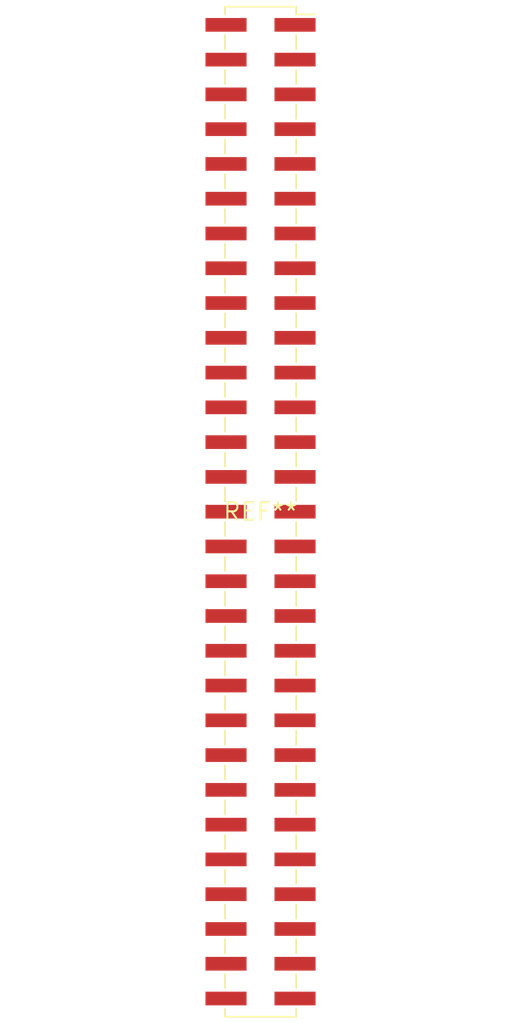
<source format=kicad_pcb>
(kicad_pcb (version 20240108) (generator pcbnew)
  (layers (0 "F.Cu" signal) (31 "B.Cu" signal) (34 "B.Paste" user) (35 "F.Paste" user) (36 "B.SilkS" user "B.Silkscreen") (37 "F.SilkS" user "F.Silkscreen") (38 "B.Mask" user) (39 "F.Mask" user) (44 "Edge.Cuts" user))
  (net 0 "")
  (footprint "PinSocket_2x29_P2.54mm_Vertical_SMD" (layer "F.Cu") (at 0 0)
    (property "Reference" "REF**")
    (property "Value" "PinSocket_2x29_P2.54mm_Vertical_SMD")
    (fp_line (start -2.6 -36.89) (end -2.6 -36.32) (layer "F.SilkS") (stroke (width 0.12)))
    (fp_line (start -2.6 -36.89) (end 2.6 -36.89) (layer "F.SilkS") (stroke (width 0.12)))
    (fp_line (start -2.6 -34.8) (end -2.6 -33.78) (layer "F.SilkS") (stroke (width 0.12)))
    (fp_line (start -2.6 -32.26) (end -2.6 -31.24) (layer "F.SilkS") (stroke (width 0.12)))
    (fp_line (start -2.6 -29.72) (end -2.6 -28.7) (layer "F.SilkS") (stroke (width 0.12)))
    (fp_line (start -2.6 -27.18) (end -2.6 -26.16) (layer "F.SilkS") (stroke (width 0.12)))
    (fp_line (start -2.6 -24.64) (end -2.6 -23.62) (layer "F.SilkS") (stroke (width 0.12)))
    (fp_line (start -2.6 -22.1) (end -2.6 -21.08) (layer "F.SilkS") (stroke (width 0.12)))
    (fp_line (start -2.6 -19.56) (end -2.6 -18.54) (layer "F.SilkS") (stroke (width 0.12)))
    (fp_line (start -2.6 -17.02) (end -2.6 -16) (layer "F.SilkS") (stroke (width 0.12)))
    (fp_line (start -2.6 -14.48) (end -2.6 -13.46) (layer "F.SilkS") (stroke (width 0.12)))
    (fp_line (start -2.6 -11.94) (end -2.6 -10.92) (layer "F.SilkS") (stroke (width 0.12)))
    (fp_line (start -2.6 -9.4) (end -2.6 -8.38) (layer "F.SilkS") (stroke (width 0.12)))
    (fp_line (start -2.6 -6.86) (end -2.6 -5.84) (layer "F.SilkS") (stroke (width 0.12)))
    (fp_line (start -2.6 -4.32) (end -2.6 -3.3) (layer "F.SilkS") (stroke (width 0.12)))
    (fp_line (start -2.6 -1.78) (end -2.6 -0.76) (layer "F.SilkS") (stroke (width 0.12)))
    (fp_line (start -2.6 0.76) (end -2.6 1.78) (layer "F.SilkS") (stroke (width 0.12)))
    (fp_line (start -2.6 3.3) (end -2.6 4.32) (layer "F.SilkS") (stroke (width 0.12)))
    (fp_line (start -2.6 5.84) (end -2.6 6.86) (layer "F.SilkS") (stroke (width 0.12)))
    (fp_line (start -2.6 8.38) (end -2.6 9.4) (layer "F.SilkS") (stroke (width 0.12)))
    (fp_line (start -2.6 10.92) (end -2.6 11.94) (layer "F.SilkS") (stroke (width 0.12)))
    (fp_line (start -2.6 13.46) (end -2.6 14.48) (layer "F.SilkS") (stroke (width 0.12)))
    (fp_line (start -2.6 16) (end -2.6 17.02) (layer "F.SilkS") (stroke (width 0.12)))
    (fp_line (start -2.6 18.54) (end -2.6 19.56) (layer "F.SilkS") (stroke (width 0.12)))
    (fp_line (start -2.6 21.08) (end -2.6 22.1) (layer "F.SilkS") (stroke (width 0.12)))
    (fp_line (start -2.6 23.62) (end -2.6 24.64) (layer "F.SilkS") (stroke (width 0.12)))
    (fp_line (start -2.6 26.16) (end -2.6 27.18) (layer "F.SilkS") (stroke (width 0.12)))
    (fp_line (start -2.6 28.7) (end -2.6 29.72) (layer "F.SilkS") (stroke (width 0.12)))
    (fp_line (start -2.6 31.24) (end -2.6 32.26) (layer "F.SilkS") (stroke (width 0.12)))
    (fp_line (start -2.6 33.78) (end -2.6 34.8) (layer "F.SilkS") (stroke (width 0.12)))
    (fp_line (start -2.6 36.32) (end -2.6 36.89) (layer "F.SilkS") (stroke (width 0.12)))
    (fp_line (start -2.6 36.89) (end 2.6 36.89) (layer "F.SilkS") (stroke (width 0.12)))
    (fp_line (start 2.6 -36.89) (end 2.6 -36.32) (layer "F.SilkS") (stroke (width 0.12)))
    (fp_line (start 2.6 -36.32) (end 3.96 -36.32) (layer "F.SilkS") (stroke (width 0.12)))
    (fp_line (start 2.6 -34.8) (end 2.6 -33.78) (layer "F.SilkS") (stroke (width 0.12)))
    (fp_line (start 2.6 -32.26) (end 2.6 -31.24) (layer "F.SilkS") (stroke (width 0.12)))
    (fp_line (start 2.6 -29.72) (end 2.6 -28.7) (layer "F.SilkS") (stroke (width 0.12)))
    (fp_line (start 2.6 -27.18) (end 2.6 -26.16) (layer "F.SilkS") (stroke (width 0.12)))
    (fp_line (start 2.6 -24.64) (end 2.6 -23.62) (layer "F.SilkS") (stroke (width 0.12)))
    (fp_line (start 2.6 -22.1) (end 2.6 -21.08) (layer "F.SilkS") (stroke (width 0.12)))
    (fp_line (start 2.6 -19.56) (end 2.6 -18.54) (layer "F.SilkS") (stroke (width 0.12)))
    (fp_line (start 2.6 -17.02) (end 2.6 -16) (layer "F.SilkS") (stroke (width 0.12)))
    (fp_line (start 2.6 -14.48) (end 2.6 -13.46) (layer "F.SilkS") (stroke (width 0.12)))
    (fp_line (start 2.6 -11.94) (end 2.6 -10.92) (layer "F.SilkS") (stroke (width 0.12)))
    (fp_line (start 2.6 -9.4) (end 2.6 -8.38) (layer "F.SilkS") (stroke (width 0.12)))
    (fp_line (start 2.6 -6.86) (end 2.6 -5.84) (layer "F.SilkS") (stroke (width 0.12)))
    (fp_line (start 2.6 -4.32) (end 2.6 -3.3) (layer "F.SilkS") (stroke (width 0.12)))
    (fp_line (start 2.6 -1.78) (end 2.6 -0.76) (layer "F.SilkS") (stroke (width 0.12)))
    (fp_line (start 2.6 0.76) (end 2.6 1.78) (layer "F.SilkS") (stroke (width 0.12)))
    (fp_line (start 2.6 3.3) (end 2.6 4.32) (layer "F.SilkS") (stroke (width 0.12)))
    (fp_line (start 2.6 5.84) (end 2.6 6.86) (layer "F.SilkS") (stroke (width 0.12)))
    (fp_line (start 2.6 8.38) (end 2.6 9.4) (layer "F.SilkS") (stroke (width 0.12)))
    (fp_line (start 2.6 10.92) (end 2.6 11.94) (layer "F.SilkS") (stroke (width 0.12)))
    (fp_line (start 2.6 13.46) (end 2.6 14.48) (layer "F.SilkS") (stroke (width 0.12)))
    (fp_line (start 2.6 16) (end 2.6 17.02) (layer "F.SilkS") (stroke (width 0.12)))
    (fp_line (start 2.6 18.54) (end 2.6 19.56) (layer "F.SilkS") (stroke (width 0.12)))
    (fp_line (start 2.6 21.08) (end 2.6 22.1) (layer "F.SilkS") (stroke (width 0.12)))
    (fp_line (start 2.6 23.62) (end 2.6 24.64) (layer "F.SilkS") (stroke (width 0.12)))
    (fp_line (start 2.6 26.16) (end 2.6 27.18) (layer "F.SilkS") (stroke (width 0.12)))
    (fp_line (start 2.6 28.7) (end 2.6 29.72) (layer "F.SilkS") (stroke (width 0.12)))
    (fp_line (start 2.6 31.24) (end 2.6 32.26) (layer "F.SilkS") (stroke (width 0.12)))
    (fp_line (start 2.6 33.78) (end 2.6 34.8) (layer "F.SilkS") (stroke (width 0.12)))
    (fp_line (start 2.6 36.32) (end 2.6 36.89) (layer "F.SilkS") (stroke (width 0.12)))
    (pad "1" smd rect (at 2.52 -35.56) (size 3 1) (layers "F.Cu" "F.Paste" "F.Mask"))
    (pad "2" smd rect (at -2.52 -35.56) (size 3 1) (layers "F.Cu" "F.Paste" "F.Mask"))
    (pad "3" smd rect (at 2.52 -33.02) (size 3 1) (layers "F.Cu" "F.Paste" "F.Mask"))
    (pad "4" smd rect (at -2.52 -33.02) (size 3 1) (layers "F.Cu" "F.Paste" "F.Mask"))
    (pad "5" smd rect (at 2.52 -30.48) (size 3 1) (layers "F.Cu" "F.Paste" "F.Mask"))
    (pad "6" smd rect (at -2.52 -30.48) (size 3 1) (layers "F.Cu" "F.Paste" "F.Mask"))
    (pad "7" smd rect (at 2.52 -27.94) (size 3 1) (layers "F.Cu" "F.Paste" "F.Mask"))
    (pad "8" smd rect (at -2.52 -27.94) (size 3 1) (layers "F.Cu" "F.Paste" "F.Mask"))
    (pad "9" smd rect (at 2.52 -25.4) (size 3 1) (layers "F.Cu" "F.Paste" "F.Mask"))
    (pad "10" smd rect (at -2.52 -25.4) (size 3 1) (layers "F.Cu" "F.Paste" "F.Mask"))
    (pad "11" smd rect (at 2.52 -22.86) (size 3 1) (layers "F.Cu" "F.Paste" "F.Mask"))
    (pad "12" smd rect (at -2.52 -22.86) (size 3 1) (layers "F.Cu" "F.Paste" "F.Mask"))
    (pad "13" smd rect (at 2.52 -20.32) (size 3 1) (layers "F.Cu" "F.Paste" "F.Mask"))
    (pad "14" smd rect (at -2.52 -20.32) (size 3 1) (layers "F.Cu" "F.Paste" "F.Mask"))
    (pad "15" smd rect (at 2.52 -17.78) (size 3 1) (layers "F.Cu" "F.Paste" "F.Mask"))
    (pad "16" smd rect (at -2.52 -17.78) (size 3 1) (layers "F.Cu" "F.Paste" "F.Mask"))
    (pad "17" smd rect (at 2.52 -15.24) (size 3 1) (layers "F.Cu" "F.Paste" "F.Mask"))
    (pad "18" smd rect (at -2.52 -15.24) (size 3 1) (layers "F.Cu" "F.Paste" "F.Mask"))
    (pad "19" smd rect (at 2.52 -12.7) (size 3 1) (layers "F.Cu" "F.Paste" "F.Mask"))
    (pad "20" smd rect (at -2.52 -12.7) (size 3 1) (layers "F.Cu" "F.Paste" "F.Mask"))
    (pad "21" smd rect (at 2.52 -10.16) (size 3 1) (layers "F.Cu" "F.Paste" "F.Mask"))
    (pad "22" smd rect (at -2.52 -10.16) (size 3 1) (layers "F.Cu" "F.Paste" "F.Mask"))
    (pad "23" smd rect (at 2.52 -7.62) (size 3 1) (layers "F.Cu" "F.Paste" "F.Mask"))
    (pad "24" smd rect (at -2.52 -7.62) (size 3 1) (layers "F.Cu" "F.Paste" "F.Mask"))
    (pad "25" smd rect (at 2.52 -5.08) (size 3 1) (layers "F.Cu" "F.Paste" "F.Mask"))
    (pad "26" smd rect (at -2.52 -5.08) (size 3 1) (layers "F.Cu" "F.Paste" "F.Mask"))
    (pad "27" smd rect (at 2.52 -2.54) (size 3 1) (layers "F.Cu" "F.Paste" "F.Mask"))
    (pad "28" smd rect (at -2.52 -2.54) (size 3 1) (layers "F.Cu" "F.Paste" "F.Mask"))
    (pad "29" smd rect (at 2.52 0) (size 3 1) (layers "F.Cu" "F.Paste" "F.Mask"))
    (pad "30" smd rect (at -2.52 0) (size 3 1) (layers "F.Cu" "F.Paste" "F.Mask"))
    (pad "31" smd rect (at 2.52 2.54) (size 3 1) (layers "F.Cu" "F.Paste" "F.Mask"))
    (pad "32" smd rect (at -2.52 2.54) (size 3 1) (layers "F.Cu" "F.Paste" "F.Mask"))
    (pad "33" smd rect (at 2.52 5.08) (size 3 1) (layers "F.Cu" "F.Paste" "F.Mask"))
    (pad "34" smd rect (at -2.52 5.08) (size 3 1) (layers "F.Cu" "F.Paste" "F.Mask"))
    (pad "35" smd rect (at 2.52 7.62) (size 3 1) (layers "F.Cu" "F.Paste" "F.Mask"))
    (pad "36" smd rect (at -2.52 7.62) (size 3 1) (layers "F.Cu" "F.Paste" "F.Mask"))
    (pad "37" smd rect (at 2.52 10.16) (size 3 1) (layers "F.Cu" "F.Paste" "F.Mask"))
    (pad "38" smd rect (at -2.52 10.16) (size 3 1) (layers "F.Cu" "F.Paste" "F.Mask"))
    (pad "39" smd rect (at 2.52 12.7) (size 3 1) (layers "F.Cu" "F.Paste" "F.Mask"))
    (pad "40" smd rect (at -2.52 12.7) (size 3 1) (layers "F.Cu" "F.Paste" "F.Mask"))
    (pad "41" smd rect (at 2.52 15.24) (size 3 1) (layers "F.Cu" "F.Paste" "F.Mask"))
    (pad "42" smd rect (at -2.52 15.24) (size 3 1) (layers "F.Cu" "F.Paste" "F.Mask"))
    (pad "43" smd rect (at 2.52 17.78) (size 3 1) (layers "F.Cu" "F.Paste" "F.Mask"))
    (pad "44" smd rect (at -2.52 17.78) (size 3 1) (layers "F.Cu" "F.Paste" "F.Mask"))
    (pad "45" smd rect (at 2.52 20.32) (size 3 1) (layers "F.Cu" "F.Paste" "F.Mask"))
    (pad "46" smd rect (at -2.52 20.32) (size 3 1) (layers "F.Cu" "F.Paste" "F.Mask"))
    (pad "47" smd rect (at 2.52 22.86) (size 3 1) (layers "F.Cu" "F.Paste" "F.Mask"))
    (pad "48" smd rect (at -2.52 22.86) (size 3 1) (layers "F.Cu" "F.Paste" "F.Mask"))
    (pad "49" smd rect (at 2.52 25.4) (size 3 1) (layers "F.Cu" "F.Paste" "F.Mask"))
    (pad "50" smd rect (at -2.52 25.4) (size 3 1) (layers "F.Cu" "F.Paste" "F.Mask"))
    (pad "51" smd rect (at 2.52 27.94) (size 3 1) (layers "F.Cu" "F.Paste" "F.Mask"))
    (pad "52" smd rect (at -2.52 27.94) (size 3 1) (layers "F.Cu" "F.Paste" "F.Mask"))
    (pad "53" smd rect (at 2.52 30.48) (size 3 1) (layers "F.Cu" "F.Paste" "F.Mask"))
    (pad "54" smd rect (at -2.52 30.48) (size 3 1) (layers "F.Cu" "F.Paste" "F.Mask"))
    (pad "55" smd rect (at 2.52 33.02) (size 3 1) (layers "F.Cu" "F.Paste" "F.Mask"))
    (pad "56" smd rect (at -2.52 33.02) (size 3 1) (layers "F.Cu" "F.Paste" "F.Mask"))
    (pad "57" smd rect (at 2.52 35.56) (size 3 1) (layers "F.Cu" "F.Paste" "F.Mask"))
    (pad "58" smd rect (at -2.52 35.56) (size 3 1) (layers "F.Cu" "F.Paste" "F.Mask"))
  )
)
</source>
